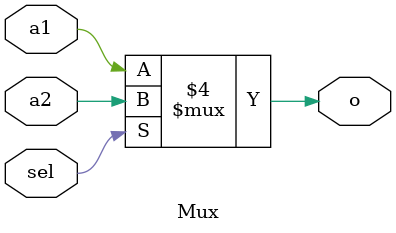
<source format=v>
module Mux (
    input wire a1,
    input wire a2,
    input wire sel,     
    output reg o
);


always @(a1 or a2 or sel) begin
    if (sel == 0)
        o = a1;
    else
        o = a2;
end
    
endmodule
</source>
